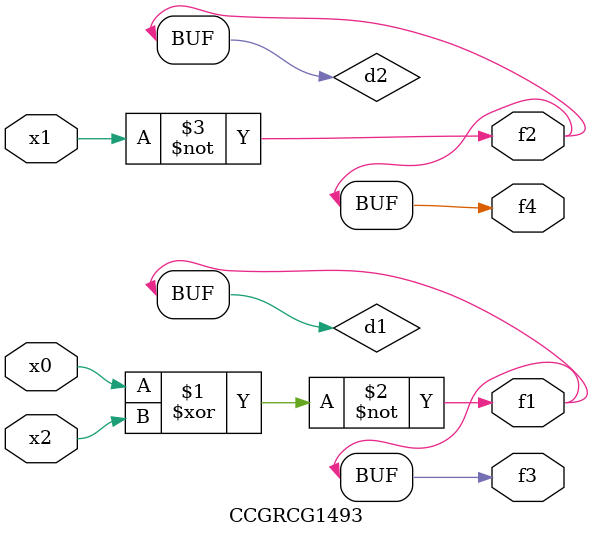
<source format=v>
module CCGRCG1493(
	input x0, x1, x2,
	output f1, f2, f3, f4
);

	wire d1, d2, d3;

	xnor (d1, x0, x2);
	nand (d2, x1);
	nor (d3, x1, x2);
	assign f1 = d1;
	assign f2 = d2;
	assign f3 = d1;
	assign f4 = d2;
endmodule

</source>
